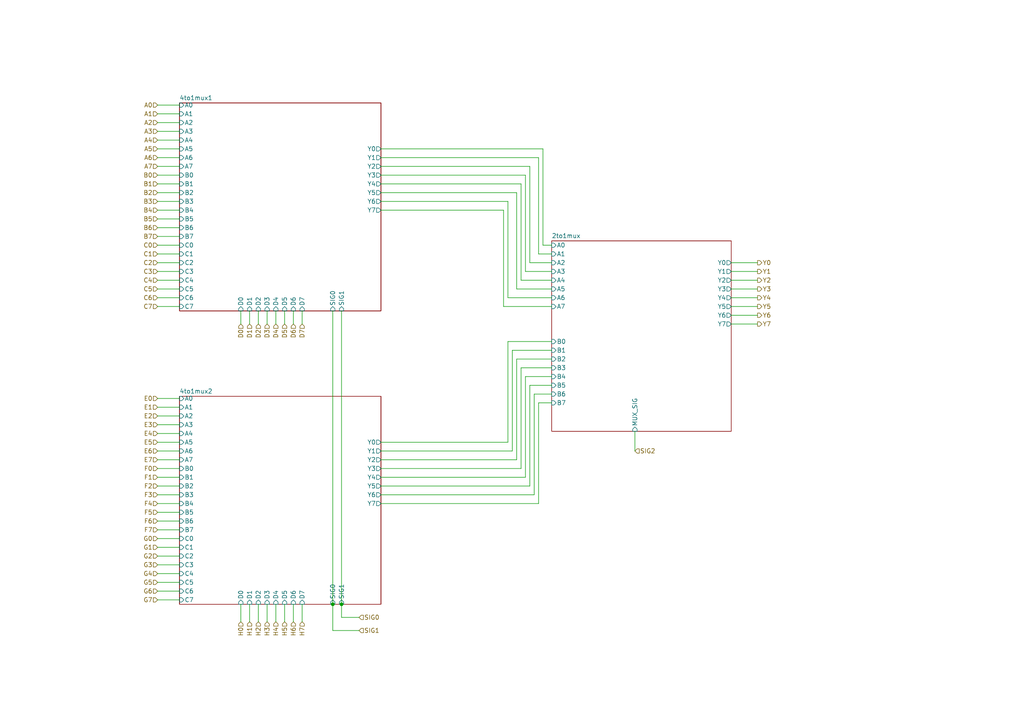
<source format=kicad_sch>
(kicad_sch
	(version 20250114)
	(generator "eeschema")
	(generator_version "9.0")
	(uuid "c9479498-7c42-47b2-8dd7-3cbf94b88bd8")
	(paper "A4")
	(lib_symbols)
	(junction
		(at 96.52 175.26)
		(diameter 0)
		(color 0 0 0 0)
		(uuid "ea894377-96f5-4a5b-a02f-10760404f0af")
	)
	(junction
		(at 99.06 175.26)
		(diameter 0)
		(color 0 0 0 0)
		(uuid "ff898a47-fae4-4a20-bfcd-999d1c427721")
	)
	(wire
		(pts
			(xy 45.72 130.81) (xy 52.07 130.81)
		)
		(stroke
			(width 0)
			(type default)
		)
		(uuid "00860a9c-1ae9-4502-9209-a5083925e604")
	)
	(wire
		(pts
			(xy 151.13 53.34) (xy 110.49 53.34)
		)
		(stroke
			(width 0)
			(type default)
		)
		(uuid "03edb092-069c-4261-97f6-725245d1df8a")
	)
	(wire
		(pts
			(xy 45.72 151.13) (xy 52.07 151.13)
		)
		(stroke
			(width 0)
			(type default)
		)
		(uuid "0697bd57-29d7-48ea-8945-6a0296305630")
	)
	(wire
		(pts
			(xy 45.72 66.04) (xy 52.07 66.04)
		)
		(stroke
			(width 0)
			(type default)
		)
		(uuid "06edd015-c3bd-4106-81f0-2c01b9c163fa")
	)
	(wire
		(pts
			(xy 153.67 76.2) (xy 153.67 48.26)
		)
		(stroke
			(width 0)
			(type default)
		)
		(uuid "077f675d-6376-48b0-8798-abccb6d234be")
	)
	(wire
		(pts
			(xy 110.49 45.72) (xy 156.21 45.72)
		)
		(stroke
			(width 0)
			(type default)
		)
		(uuid "07d3ebd1-ede6-4a73-adef-6e46007a61a9")
	)
	(wire
		(pts
			(xy 149.86 104.14) (xy 149.86 133.35)
		)
		(stroke
			(width 0)
			(type default)
		)
		(uuid "098a5183-8d81-44d8-bc3f-6dcc832a681e")
	)
	(wire
		(pts
			(xy 152.4 109.22) (xy 152.4 138.43)
		)
		(stroke
			(width 0)
			(type default)
		)
		(uuid "09f76305-0004-4271-85a0-a6c759689062")
	)
	(wire
		(pts
			(xy 45.72 63.5) (xy 52.07 63.5)
		)
		(stroke
			(width 0)
			(type default)
		)
		(uuid "0a0899ac-2d26-4645-a566-16f9d7325e2a")
	)
	(wire
		(pts
			(xy 149.86 83.82) (xy 160.02 83.82)
		)
		(stroke
			(width 0)
			(type default)
		)
		(uuid "0b255cb8-4f15-48dd-bf6b-b5cfbae2c3e4")
	)
	(wire
		(pts
			(xy 219.71 91.44) (xy 212.09 91.44)
		)
		(stroke
			(width 0)
			(type default)
		)
		(uuid "0beea57d-88b6-469e-b838-8ade8f922f7b")
	)
	(wire
		(pts
			(xy 45.72 55.88) (xy 52.07 55.88)
		)
		(stroke
			(width 0)
			(type default)
		)
		(uuid "0cd75784-78eb-4c3d-91fd-a6569c66dfb7")
	)
	(wire
		(pts
			(xy 45.72 158.75) (xy 52.07 158.75)
		)
		(stroke
			(width 0)
			(type default)
		)
		(uuid "0d0f631c-630a-4e87-971d-fb3414499741")
	)
	(wire
		(pts
			(xy 45.72 30.48) (xy 52.07 30.48)
		)
		(stroke
			(width 0)
			(type default)
		)
		(uuid "0d4bf857-4d75-41f3-8844-12abb54d439c")
	)
	(wire
		(pts
			(xy 219.71 83.82) (xy 212.09 83.82)
		)
		(stroke
			(width 0)
			(type default)
		)
		(uuid "0dd7f5cd-c303-42dc-99db-08ca2f750bcf")
	)
	(wire
		(pts
			(xy 45.72 43.18) (xy 52.07 43.18)
		)
		(stroke
			(width 0)
			(type default)
		)
		(uuid "0ebda3f0-fc94-41ad-99b7-b3d672823c6e")
	)
	(wire
		(pts
			(xy 160.02 109.22) (xy 152.4 109.22)
		)
		(stroke
			(width 0)
			(type default)
		)
		(uuid "112e9d12-fc59-4f90-90bd-ca7f0e03bd1b")
	)
	(wire
		(pts
			(xy 45.72 35.56) (xy 52.07 35.56)
		)
		(stroke
			(width 0)
			(type default)
		)
		(uuid "174a464e-fa7b-46ec-a292-e033c55e2c84")
	)
	(wire
		(pts
			(xy 151.13 81.28) (xy 151.13 53.34)
		)
		(stroke
			(width 0)
			(type default)
		)
		(uuid "1acd9fdc-70a4-417e-9fb2-3eb1bcb90374")
	)
	(wire
		(pts
			(xy 110.49 146.05) (xy 156.21 146.05)
		)
		(stroke
			(width 0)
			(type default)
		)
		(uuid "1ebd1516-96b0-4c7e-b583-b881b6336c9a")
	)
	(wire
		(pts
			(xy 160.02 114.3) (xy 154.94 114.3)
		)
		(stroke
			(width 0)
			(type default)
		)
		(uuid "1f04b301-4a4f-4bbc-b9a7-ad99f6603b9e")
	)
	(wire
		(pts
			(xy 87.63 180.34) (xy 87.63 175.26)
		)
		(stroke
			(width 0)
			(type default)
		)
		(uuid "27b18ff8-2a37-4a8f-822b-2e40e745face")
	)
	(wire
		(pts
			(xy 149.86 133.35) (xy 110.49 133.35)
		)
		(stroke
			(width 0)
			(type default)
		)
		(uuid "2a563426-d745-4e23-8976-32e62b82c1cd")
	)
	(wire
		(pts
			(xy 96.52 182.88) (xy 104.14 182.88)
		)
		(stroke
			(width 0)
			(type default)
		)
		(uuid "2cb8247c-feea-4bbc-9e60-ee95aa1e1828")
	)
	(wire
		(pts
			(xy 45.72 48.26) (xy 52.07 48.26)
		)
		(stroke
			(width 0)
			(type default)
		)
		(uuid "2e50b886-d513-447b-9bc2-7faad8af5094")
	)
	(wire
		(pts
			(xy 45.72 40.64) (xy 52.07 40.64)
		)
		(stroke
			(width 0)
			(type default)
		)
		(uuid "2f76b488-369c-4dcd-ab38-ad26def679b6")
	)
	(wire
		(pts
			(xy 72.39 180.34) (xy 72.39 175.26)
		)
		(stroke
			(width 0)
			(type default)
		)
		(uuid "33ec2e98-fdd2-4e49-a463-9d945d722d68")
	)
	(wire
		(pts
			(xy 219.71 78.74) (xy 212.09 78.74)
		)
		(stroke
			(width 0)
			(type default)
		)
		(uuid "36222146-aa79-4571-9d5f-b940149ba16d")
	)
	(wire
		(pts
			(xy 110.49 55.88) (xy 149.86 55.88)
		)
		(stroke
			(width 0)
			(type default)
		)
		(uuid "362a1c82-49a3-4c78-99f1-984256fedae0")
	)
	(wire
		(pts
			(xy 72.39 90.17) (xy 72.39 93.98)
		)
		(stroke
			(width 0)
			(type default)
		)
		(uuid "3696bd53-2977-4c84-9076-224662ed902e")
	)
	(wire
		(pts
			(xy 152.4 78.74) (xy 160.02 78.74)
		)
		(stroke
			(width 0)
			(type default)
		)
		(uuid "3bba0c35-d9bf-4eb6-8027-0f77876ae54e")
	)
	(wire
		(pts
			(xy 152.4 138.43) (xy 110.49 138.43)
		)
		(stroke
			(width 0)
			(type default)
		)
		(uuid "414d3c45-66f8-407c-b1bc-0e93ef46ed9d")
	)
	(wire
		(pts
			(xy 45.72 115.57) (xy 52.07 115.57)
		)
		(stroke
			(width 0)
			(type default)
		)
		(uuid "443decf2-c435-4f40-9f0b-61b2422e9da9")
	)
	(wire
		(pts
			(xy 160.02 76.2) (xy 153.67 76.2)
		)
		(stroke
			(width 0)
			(type default)
		)
		(uuid "44b11ab0-d060-4109-862d-a5ce96e398db")
	)
	(wire
		(pts
			(xy 45.72 171.45) (xy 52.07 171.45)
		)
		(stroke
			(width 0)
			(type default)
		)
		(uuid "44e0c88c-8f70-4f8c-a280-7ad9bbb8fe66")
	)
	(wire
		(pts
			(xy 154.94 143.51) (xy 110.49 143.51)
		)
		(stroke
			(width 0)
			(type default)
		)
		(uuid "454149cb-4fa3-4aa5-8172-bd70adfe45b8")
	)
	(wire
		(pts
			(xy 45.72 138.43) (xy 52.07 138.43)
		)
		(stroke
			(width 0)
			(type default)
		)
		(uuid "460ee021-f6ca-41cd-b7ed-41c3ed0b7283")
	)
	(wire
		(pts
			(xy 157.48 71.12) (xy 157.48 43.18)
		)
		(stroke
			(width 0)
			(type default)
		)
		(uuid "46a4d479-92f6-4bba-83b7-2e720f3109cc")
	)
	(wire
		(pts
			(xy 45.72 125.73) (xy 52.07 125.73)
		)
		(stroke
			(width 0)
			(type default)
		)
		(uuid "47aff6df-633a-4b59-89c9-60303512e67c")
	)
	(wire
		(pts
			(xy 148.59 101.6) (xy 160.02 101.6)
		)
		(stroke
			(width 0)
			(type default)
		)
		(uuid "47dffadb-bb7a-43ca-bdff-daf4621b4b35")
	)
	(wire
		(pts
			(xy 99.06 179.07) (xy 104.14 179.07)
		)
		(stroke
			(width 0)
			(type default)
		)
		(uuid "499463af-7e0e-43d8-aad4-952781566b49")
	)
	(wire
		(pts
			(xy 160.02 81.28) (xy 151.13 81.28)
		)
		(stroke
			(width 0)
			(type default)
		)
		(uuid "50a58825-1b4f-4d87-9750-83a8523ab037")
	)
	(wire
		(pts
			(xy 45.72 143.51) (xy 52.07 143.51)
		)
		(stroke
			(width 0)
			(type default)
		)
		(uuid "53437110-6faf-46b7-839f-5af97b686f93")
	)
	(wire
		(pts
			(xy 87.63 90.17) (xy 87.63 93.98)
		)
		(stroke
			(width 0)
			(type default)
		)
		(uuid "576241f5-1be7-4c62-b31d-5d8c073219f0")
	)
	(wire
		(pts
			(xy 45.72 161.29) (xy 52.07 161.29)
		)
		(stroke
			(width 0)
			(type default)
		)
		(uuid "5da51c6a-f321-4d7c-a3a4-59e47b58660d")
	)
	(wire
		(pts
			(xy 153.67 111.76) (xy 160.02 111.76)
		)
		(stroke
			(width 0)
			(type default)
		)
		(uuid "5ddbad7a-2104-48a7-b5f2-3bf908a33e36")
	)
	(wire
		(pts
			(xy 110.49 140.97) (xy 153.67 140.97)
		)
		(stroke
			(width 0)
			(type default)
		)
		(uuid "5ed363df-8bd0-4d28-a96a-7ed0af8b229d")
	)
	(wire
		(pts
			(xy 45.72 166.37) (xy 52.07 166.37)
		)
		(stroke
			(width 0)
			(type default)
		)
		(uuid "610d70e1-31fd-4dd5-84d6-387b6e9274c9")
	)
	(wire
		(pts
			(xy 160.02 71.12) (xy 157.48 71.12)
		)
		(stroke
			(width 0)
			(type default)
		)
		(uuid "61457394-c861-4b77-9450-f5543bde5533")
	)
	(wire
		(pts
			(xy 85.09 90.17) (xy 85.09 93.98)
		)
		(stroke
			(width 0)
			(type default)
		)
		(uuid "62cb8376-f486-4528-9eed-f1d216e9fb7c")
	)
	(wire
		(pts
			(xy 149.86 55.88) (xy 149.86 83.82)
		)
		(stroke
			(width 0)
			(type default)
		)
		(uuid "630658dd-cefb-4227-a10c-08d4f6a74b4e")
	)
	(wire
		(pts
			(xy 146.05 88.9) (xy 160.02 88.9)
		)
		(stroke
			(width 0)
			(type default)
		)
		(uuid "6a03037d-b772-4bbd-8819-aa84b9e1d6e6")
	)
	(wire
		(pts
			(xy 74.93 90.17) (xy 74.93 93.98)
		)
		(stroke
			(width 0)
			(type default)
		)
		(uuid "6e189674-265d-48fd-807f-b169cb1ff611")
	)
	(wire
		(pts
			(xy 45.72 60.96) (xy 52.07 60.96)
		)
		(stroke
			(width 0)
			(type default)
		)
		(uuid "70845ac6-54ee-4665-9df3-ff203566404d")
	)
	(wire
		(pts
			(xy 154.94 114.3) (xy 154.94 143.51)
		)
		(stroke
			(width 0)
			(type default)
		)
		(uuid "74421423-0cd2-4865-9a33-efde6f37bb5f")
	)
	(wire
		(pts
			(xy 96.52 175.26) (xy 96.52 182.88)
		)
		(stroke
			(width 0)
			(type default)
		)
		(uuid "7d6ab57b-a6df-4853-b28b-f46006dfb43d")
	)
	(wire
		(pts
			(xy 153.67 111.76) (xy 153.67 140.97)
		)
		(stroke
			(width 0)
			(type default)
		)
		(uuid "8183257e-1139-4e02-99ee-10eac033e4e9")
	)
	(wire
		(pts
			(xy 157.48 43.18) (xy 110.49 43.18)
		)
		(stroke
			(width 0)
			(type default)
		)
		(uuid "844282f6-5e3d-4f98-9d4c-e87d176902b4")
	)
	(wire
		(pts
			(xy 160.02 86.36) (xy 147.32 86.36)
		)
		(stroke
			(width 0)
			(type default)
		)
		(uuid "848de97d-1e54-4410-b4d3-3f7f60a47832")
	)
	(wire
		(pts
			(xy 156.21 73.66) (xy 160.02 73.66)
		)
		(stroke
			(width 0)
			(type default)
		)
		(uuid "874b2935-eb30-4543-b75a-31d38b8f969f")
	)
	(wire
		(pts
			(xy 45.72 76.2) (xy 52.07 76.2)
		)
		(stroke
			(width 0)
			(type default)
		)
		(uuid "90124e33-f34c-4d99-bd0f-9cf445d94391")
	)
	(wire
		(pts
			(xy 160.02 104.14) (xy 149.86 104.14)
		)
		(stroke
			(width 0)
			(type default)
		)
		(uuid "95962f95-5a59-49c3-a1a8-203c05d50777")
	)
	(wire
		(pts
			(xy 45.72 33.02) (xy 52.07 33.02)
		)
		(stroke
			(width 0)
			(type default)
		)
		(uuid "972e18a4-ca6d-4289-b77b-439fba6b485c")
	)
	(wire
		(pts
			(xy 45.72 146.05) (xy 52.07 146.05)
		)
		(stroke
			(width 0)
			(type default)
		)
		(uuid "98138235-5376-4fb4-a7d2-12311f4634e2")
	)
	(wire
		(pts
			(xy 99.06 175.26) (xy 99.06 179.07)
		)
		(stroke
			(width 0)
			(type default)
		)
		(uuid "9bccadff-f074-4104-8d57-9920f1206284")
	)
	(wire
		(pts
			(xy 45.72 88.9) (xy 52.07 88.9)
		)
		(stroke
			(width 0)
			(type default)
		)
		(uuid "9ceb4bd6-3c2b-4a44-935d-89ae1581a2c6")
	)
	(wire
		(pts
			(xy 219.71 88.9) (xy 212.09 88.9)
		)
		(stroke
			(width 0)
			(type default)
		)
		(uuid "9cf22e5a-4f7b-47f7-a000-c54c345ee73f")
	)
	(wire
		(pts
			(xy 45.72 156.21) (xy 52.07 156.21)
		)
		(stroke
			(width 0)
			(type default)
		)
		(uuid "9ef468ab-b153-4f9b-8223-91feec3a88df")
	)
	(wire
		(pts
			(xy 110.49 135.89) (xy 151.13 135.89)
		)
		(stroke
			(width 0)
			(type default)
		)
		(uuid "a2e1d399-d592-4c8a-b2e1-730ac36110cf")
	)
	(wire
		(pts
			(xy 147.32 99.06) (xy 147.32 128.27)
		)
		(stroke
			(width 0)
			(type default)
		)
		(uuid "a6b6c4db-7cf5-4a9b-9d2c-bf15dd1170fb")
	)
	(wire
		(pts
			(xy 77.47 180.34) (xy 77.47 175.26)
		)
		(stroke
			(width 0)
			(type default)
		)
		(uuid "a8919f0b-c51d-4591-9d03-e9f5b908fbce")
	)
	(wire
		(pts
			(xy 99.06 90.17) (xy 99.06 175.26)
		)
		(stroke
			(width 0)
			(type default)
		)
		(uuid "b00b1c6e-0ebd-45f5-a0f2-cafab5ac0076")
	)
	(wire
		(pts
			(xy 156.21 116.84) (xy 156.21 146.05)
		)
		(stroke
			(width 0)
			(type default)
		)
		(uuid "b124d2d4-f711-4ed5-bac6-054aa2cc4966")
	)
	(wire
		(pts
			(xy 80.01 180.34) (xy 80.01 175.26)
		)
		(stroke
			(width 0)
			(type default)
		)
		(uuid "b168dad4-ba39-4776-abac-c106f8b36c2f")
	)
	(wire
		(pts
			(xy 151.13 106.68) (xy 151.13 135.89)
		)
		(stroke
			(width 0)
			(type default)
		)
		(uuid "b2a4acfc-9659-456d-a2e3-ac382df6bb48")
	)
	(wire
		(pts
			(xy 45.72 78.74) (xy 52.07 78.74)
		)
		(stroke
			(width 0)
			(type default)
		)
		(uuid "b719ef6d-d3c4-4bbf-9a02-12d2f1cc0efe")
	)
	(wire
		(pts
			(xy 45.72 140.97) (xy 52.07 140.97)
		)
		(stroke
			(width 0)
			(type default)
		)
		(uuid "b726f5c6-19b2-43d0-8799-100f442c953f")
	)
	(wire
		(pts
			(xy 219.71 86.36) (xy 212.09 86.36)
		)
		(stroke
			(width 0)
			(type default)
		)
		(uuid "b756fde9-4397-4bad-8ce8-d17214b6642a")
	)
	(wire
		(pts
			(xy 110.49 50.8) (xy 152.4 50.8)
		)
		(stroke
			(width 0)
			(type default)
		)
		(uuid "b86ab68a-17bf-439b-bf6f-4a3353fc97ed")
	)
	(wire
		(pts
			(xy 219.71 76.2) (xy 212.09 76.2)
		)
		(stroke
			(width 0)
			(type default)
		)
		(uuid "b97093d1-66f6-4800-864e-d0160fc39598")
	)
	(wire
		(pts
			(xy 82.55 90.17) (xy 82.55 93.98)
		)
		(stroke
			(width 0)
			(type default)
		)
		(uuid "ba60c5da-6505-4c35-a875-c179b00a17eb")
	)
	(wire
		(pts
			(xy 45.72 163.83) (xy 52.07 163.83)
		)
		(stroke
			(width 0)
			(type default)
		)
		(uuid "bbe0a189-62f5-40b9-b0b8-7d599fc95935")
	)
	(wire
		(pts
			(xy 110.49 60.96) (xy 146.05 60.96)
		)
		(stroke
			(width 0)
			(type default)
		)
		(uuid "bc4e0f8d-1762-4212-9f8b-ba75b8fac791")
	)
	(wire
		(pts
			(xy 45.72 73.66) (xy 52.07 73.66)
		)
		(stroke
			(width 0)
			(type default)
		)
		(uuid "bc528ddc-2f2f-4b92-801f-de594829ab33")
	)
	(wire
		(pts
			(xy 147.32 86.36) (xy 147.32 58.42)
		)
		(stroke
			(width 0)
			(type default)
		)
		(uuid "beaf16eb-a91f-4969-ac82-0bac78abe7e5")
	)
	(wire
		(pts
			(xy 69.85 180.34) (xy 69.85 175.26)
		)
		(stroke
			(width 0)
			(type default)
		)
		(uuid "bf510b1f-e864-4b76-b27e-91c67b5805a1")
	)
	(wire
		(pts
			(xy 45.72 83.82) (xy 52.07 83.82)
		)
		(stroke
			(width 0)
			(type default)
		)
		(uuid "c16d1ba7-522b-483e-93b9-97a7a2b65c22")
	)
	(wire
		(pts
			(xy 45.72 135.89) (xy 52.07 135.89)
		)
		(stroke
			(width 0)
			(type default)
		)
		(uuid "c3b315de-109c-4d0a-ae10-c78e42756fbf")
	)
	(wire
		(pts
			(xy 146.05 60.96) (xy 146.05 88.9)
		)
		(stroke
			(width 0)
			(type default)
		)
		(uuid "c72e5e47-733b-4468-97fe-771ee0aef7c6")
	)
	(wire
		(pts
			(xy 45.72 120.65) (xy 52.07 120.65)
		)
		(stroke
			(width 0)
			(type default)
		)
		(uuid "c9416881-a8ab-4ec3-99a3-ac32a9e7ab94")
	)
	(wire
		(pts
			(xy 219.71 93.98) (xy 212.09 93.98)
		)
		(stroke
			(width 0)
			(type default)
		)
		(uuid "cbf0532c-f44b-441b-813b-80194c08f640")
	)
	(wire
		(pts
			(xy 151.13 106.68) (xy 160.02 106.68)
		)
		(stroke
			(width 0)
			(type default)
		)
		(uuid "cca94c73-dbac-4480-8794-fb0bba5da3ca")
	)
	(wire
		(pts
			(xy 45.72 148.59) (xy 52.07 148.59)
		)
		(stroke
			(width 0)
			(type default)
		)
		(uuid "cf428597-9fd2-46e0-8162-fb945438a586")
	)
	(wire
		(pts
			(xy 219.71 81.28) (xy 212.09 81.28)
		)
		(stroke
			(width 0)
			(type default)
		)
		(uuid "d11922cf-fe03-46ec-b62f-94da5275f1fc")
	)
	(wire
		(pts
			(xy 45.72 53.34) (xy 52.07 53.34)
		)
		(stroke
			(width 0)
			(type default)
		)
		(uuid "d24ac500-d0c1-443a-916f-2c22f4eb1a26")
	)
	(wire
		(pts
			(xy 77.47 90.17) (xy 77.47 93.98)
		)
		(stroke
			(width 0)
			(type default)
		)
		(uuid "d28c8586-1d05-4247-a499-99ba5962b1cd")
	)
	(wire
		(pts
			(xy 45.72 118.11) (xy 52.07 118.11)
		)
		(stroke
			(width 0)
			(type default)
		)
		(uuid "d36ad707-0eb9-448f-8d90-00cf3a976af6")
	)
	(wire
		(pts
			(xy 152.4 50.8) (xy 152.4 78.74)
		)
		(stroke
			(width 0)
			(type default)
		)
		(uuid "d39a5ca8-c456-4db9-8a79-c38e8366c860")
	)
	(wire
		(pts
			(xy 82.55 180.34) (xy 82.55 175.26)
		)
		(stroke
			(width 0)
			(type default)
		)
		(uuid "d729be69-d950-4dd9-963d-d98e0cbf9f8a")
	)
	(wire
		(pts
			(xy 45.72 81.28) (xy 52.07 81.28)
		)
		(stroke
			(width 0)
			(type default)
		)
		(uuid "d9638b5a-1573-47d9-b6f2-ffca290b3038")
	)
	(wire
		(pts
			(xy 96.52 90.17) (xy 96.52 175.26)
		)
		(stroke
			(width 0)
			(type default)
		)
		(uuid "d9ec6ff2-9bcc-491b-9214-da8bde10f3f3")
	)
	(wire
		(pts
			(xy 148.59 101.6) (xy 148.59 130.81)
		)
		(stroke
			(width 0)
			(type default)
		)
		(uuid "dce5c03d-9075-4033-837f-e8b7126d54d5")
	)
	(wire
		(pts
			(xy 45.72 71.12) (xy 52.07 71.12)
		)
		(stroke
			(width 0)
			(type default)
		)
		(uuid "dd5de4e3-5ebf-445b-afb5-2677bc262f47")
	)
	(wire
		(pts
			(xy 85.09 180.34) (xy 85.09 175.26)
		)
		(stroke
			(width 0)
			(type default)
		)
		(uuid "dd85d45f-38aa-4fbc-a6fc-04d41353bd65")
	)
	(wire
		(pts
			(xy 45.72 68.58) (xy 52.07 68.58)
		)
		(stroke
			(width 0)
			(type default)
		)
		(uuid "dd8dbff2-a29c-478e-8128-417b3fc1d001")
	)
	(wire
		(pts
			(xy 160.02 99.06) (xy 147.32 99.06)
		)
		(stroke
			(width 0)
			(type default)
		)
		(uuid "de4bb667-80c8-4b64-a499-de455804e64b")
	)
	(wire
		(pts
			(xy 45.72 168.91) (xy 52.07 168.91)
		)
		(stroke
			(width 0)
			(type default)
		)
		(uuid "de625d8d-330a-4bcb-9c2a-332e48b74bb2")
	)
	(wire
		(pts
			(xy 147.32 58.42) (xy 110.49 58.42)
		)
		(stroke
			(width 0)
			(type default)
		)
		(uuid "df08f4a1-6450-4d13-b4eb-599f5f0dee61")
	)
	(wire
		(pts
			(xy 153.67 48.26) (xy 110.49 48.26)
		)
		(stroke
			(width 0)
			(type default)
		)
		(uuid "e2cbf26e-1466-4d04-90bf-41fefcc2a63c")
	)
	(wire
		(pts
			(xy 156.21 45.72) (xy 156.21 73.66)
		)
		(stroke
			(width 0)
			(type default)
		)
		(uuid "e2f91402-5472-49e2-8a08-f916a4a117c0")
	)
	(wire
		(pts
			(xy 45.72 173.99) (xy 52.07 173.99)
		)
		(stroke
			(width 0)
			(type default)
		)
		(uuid "e462d6e7-f5c0-43a0-a9d4-10631dcf4dd9")
	)
	(wire
		(pts
			(xy 156.21 116.84) (xy 160.02 116.84)
		)
		(stroke
			(width 0)
			(type default)
		)
		(uuid "e4643054-5c7d-40b2-a565-828eee180c83")
	)
	(wire
		(pts
			(xy 45.72 50.8) (xy 52.07 50.8)
		)
		(stroke
			(width 0)
			(type default)
		)
		(uuid "e4a05bac-1e9c-4f4f-887e-12f991205257")
	)
	(wire
		(pts
			(xy 184.15 125.095) (xy 184.15 130.81)
		)
		(stroke
			(width 0)
			(type default)
		)
		(uuid "e84a37d8-f1cd-4a29-bc03-2db0f3463dab")
	)
	(wire
		(pts
			(xy 110.49 130.81) (xy 148.59 130.81)
		)
		(stroke
			(width 0)
			(type default)
		)
		(uuid "eba32586-bcff-4905-8700-2dc9e13a845e")
	)
	(wire
		(pts
			(xy 45.72 133.35) (xy 52.07 133.35)
		)
		(stroke
			(width 0)
			(type default)
		)
		(uuid "ebea9d30-b8cf-414d-86a0-59c38409ed63")
	)
	(wire
		(pts
			(xy 45.72 38.1) (xy 52.07 38.1)
		)
		(stroke
			(width 0)
			(type default)
		)
		(uuid "ec0ff7e9-9709-4552-919d-fc376923c98f")
	)
	(wire
		(pts
			(xy 80.01 90.17) (xy 80.01 93.98)
		)
		(stroke
			(width 0)
			(type default)
		)
		(uuid "ed327428-6b4d-4263-84b0-3df591c774df")
	)
	(wire
		(pts
			(xy 74.93 180.34) (xy 74.93 175.26)
		)
		(stroke
			(width 0)
			(type default)
		)
		(uuid "ef364bbc-997a-4349-b792-6789371152fd")
	)
	(wire
		(pts
			(xy 45.72 123.19) (xy 52.07 123.19)
		)
		(stroke
			(width 0)
			(type default)
		)
		(uuid "ef486aa5-8432-4e02-9fcd-c0b0d2d3a707")
	)
	(wire
		(pts
			(xy 69.85 90.17) (xy 69.85 93.98)
		)
		(stroke
			(width 0)
			(type default)
		)
		(uuid "f0386b0d-6f95-4d41-a7ef-5bad1a51302e")
	)
	(wire
		(pts
			(xy 45.72 153.67) (xy 52.07 153.67)
		)
		(stroke
			(width 0)
			(type default)
		)
		(uuid "f4251f14-0138-4803-a01d-c0391fdd2181")
	)
	(wire
		(pts
			(xy 45.72 58.42) (xy 52.07 58.42)
		)
		(stroke
			(width 0)
			(type default)
		)
		(uuid "f4b25b56-bd85-4318-afc8-35d14939b8d5")
	)
	(wire
		(pts
			(xy 45.72 128.27) (xy 52.07 128.27)
		)
		(stroke
			(width 0)
			(type default)
		)
		(uuid "f691033b-f767-4572-97c1-ba00c07f60fb")
	)
	(wire
		(pts
			(xy 45.72 45.72) (xy 52.07 45.72)
		)
		(stroke
			(width 0)
			(type default)
		)
		(uuid "f8b4073d-ac34-450f-948b-c31adefd37d3")
	)
	(wire
		(pts
			(xy 45.72 86.36) (xy 52.07 86.36)
		)
		(stroke
			(width 0)
			(type default)
		)
		(uuid "fa74754b-2b5b-4bc7-8118-8bc2c07d0ed5")
	)
	(wire
		(pts
			(xy 147.32 128.27) (xy 110.49 128.27)
		)
		(stroke
			(width 0)
			(type default)
		)
		(uuid "fd1b018c-5c41-4e24-860d-dae74453f38f")
	)
	(hierarchical_label "D2"
		(shape input)
		(at 74.93 93.98 270)
		(effects
			(font
				(size 1.27 1.27)
			)
			(justify right)
		)
		(uuid "021a1797-98aa-4338-b3c7-986a1f4a7261")
	)
	(hierarchical_label "C0"
		(shape input)
		(at 45.72 71.12 180)
		(effects
			(font
				(size 1.27 1.27)
			)
			(justify right)
		)
		(uuid "057d92ce-ad80-4b87-95dc-0588d43986ef")
	)
	(hierarchical_label "D0"
		(shape input)
		(at 69.85 93.98 270)
		(effects
			(font
				(size 1.27 1.27)
			)
			(justify right)
		)
		(uuid "0d4b3c5e-2a31-4ff7-b724-fb9b43799557")
	)
	(hierarchical_label "G1"
		(shape input)
		(at 45.72 158.75 180)
		(effects
			(font
				(size 1.27 1.27)
			)
			(justify right)
		)
		(uuid "12bd154d-60c1-47a1-aa3e-82a57a0d3143")
	)
	(hierarchical_label "D4"
		(shape input)
		(at 80.01 93.98 270)
		(effects
			(font
				(size 1.27 1.27)
			)
			(justify right)
		)
		(uuid "14b3adb4-3f14-44d8-90f5-63e22033c765")
	)
	(hierarchical_label "H4"
		(shape input)
		(at 80.01 180.34 270)
		(effects
			(font
				(size 1.27 1.27)
			)
			(justify right)
		)
		(uuid "161ae2bc-74dc-4248-a81f-0b406d336990")
	)
	(hierarchical_label "H2"
		(shape input)
		(at 74.93 180.34 270)
		(effects
			(font
				(size 1.27 1.27)
			)
			(justify right)
		)
		(uuid "17dcffed-f952-454c-a9b0-a80c10e851f0")
	)
	(hierarchical_label "SIG1"
		(shape input)
		(at 104.14 182.88 0)
		(effects
			(font
				(size 1.27 1.27)
			)
			(justify left)
		)
		(uuid "1aa47d6e-8089-4e3a-87f1-4439adb6c960")
	)
	(hierarchical_label "G5"
		(shape input)
		(at 45.72 168.91 180)
		(effects
			(font
				(size 1.27 1.27)
			)
			(justify right)
		)
		(uuid "1b50ac3c-71cd-4a41-b7e9-4dac8a6964e0")
	)
	(hierarchical_label "SIG0"
		(shape input)
		(at 104.14 179.07 0)
		(effects
			(font
				(size 1.27 1.27)
			)
			(justify left)
		)
		(uuid "1e11ce16-af06-4638-95be-921825452830")
	)
	(hierarchical_label "B2"
		(shape input)
		(at 45.72 55.88 180)
		(effects
			(font
				(size 1.27 1.27)
			)
			(justify right)
		)
		(uuid "255202bc-0980-49f3-99ad-efeb929ce63d")
	)
	(hierarchical_label "SIG2"
		(shape input)
		(at 184.15 130.81 0)
		(effects
			(font
				(size 1.27 1.27)
			)
			(justify left)
		)
		(uuid "25ddc43f-5f87-4587-8c7a-ffb0c0440c7b")
	)
	(hierarchical_label "A2"
		(shape input)
		(at 45.72 35.56 180)
		(effects
			(font
				(size 1.27 1.27)
			)
			(justify right)
		)
		(uuid "2ae2e66c-58e8-48a1-bf6f-cfc3ce15a716")
	)
	(hierarchical_label "G3"
		(shape input)
		(at 45.72 163.83 180)
		(effects
			(font
				(size 1.27 1.27)
			)
			(justify right)
		)
		(uuid "2d597a56-f378-4587-acd0-ab6cf3504b66")
	)
	(hierarchical_label "H3"
		(shape input)
		(at 77.47 180.34 270)
		(effects
			(font
				(size 1.27 1.27)
			)
			(justify right)
		)
		(uuid "3695fd42-b558-4a60-a06b-4765e631fccd")
	)
	(hierarchical_label "B3"
		(shape input)
		(at 45.72 58.42 180)
		(effects
			(font
				(size 1.27 1.27)
			)
			(justify right)
		)
		(uuid "3a23eb98-cdb4-44fc-9817-0bb654ed62a3")
	)
	(hierarchical_label "C6"
		(shape input)
		(at 45.72 86.36 180)
		(effects
			(font
				(size 1.27 1.27)
			)
			(justify right)
		)
		(uuid "3b0b9fd4-69e0-4bb8-a4c5-a057a27aed3d")
	)
	(hierarchical_label "F4"
		(shape input)
		(at 45.72 146.05 180)
		(effects
			(font
				(size 1.27 1.27)
			)
			(justify right)
		)
		(uuid "3c4970d7-cbc9-4e12-90c7-e89fc84c054f")
	)
	(hierarchical_label "A4"
		(shape input)
		(at 45.72 40.64 180)
		(effects
			(font
				(size 1.27 1.27)
			)
			(justify right)
		)
		(uuid "490bb065-88f0-4c65-b55a-b4cd4bc69637")
	)
	(hierarchical_label "Y6"
		(shape output)
		(at 219.71 91.44 0)
		(effects
			(font
				(size 1.27 1.27)
			)
			(justify left)
		)
		(uuid "4a8610f3-5d43-4fc1-86a2-933d59e78b0e")
	)
	(hierarchical_label "B5"
		(shape input)
		(at 45.72 63.5 180)
		(effects
			(font
				(size 1.27 1.27)
			)
			(justify right)
		)
		(uuid "4aaad6b9-91b4-44ad-8718-4b51b95301c5")
	)
	(hierarchical_label "B7"
		(shape input)
		(at 45.72 68.58 180)
		(effects
			(font
				(size 1.27 1.27)
			)
			(justify right)
		)
		(uuid "4b3d3890-27ee-44c8-bda6-de59f918a076")
	)
	(hierarchical_label "C7"
		(shape input)
		(at 45.72 88.9 180)
		(effects
			(font
				(size 1.27 1.27)
			)
			(justify right)
		)
		(uuid "4de503c7-14f8-4f0c-a685-55dd0903716d")
	)
	(hierarchical_label "E5"
		(shape input)
		(at 45.72 128.27 180)
		(effects
			(font
				(size 1.27 1.27)
			)
			(justify right)
		)
		(uuid "4f5b47eb-6f7a-4794-b769-8140305182e3")
	)
	(hierarchical_label "F3"
		(shape input)
		(at 45.72 143.51 180)
		(effects
			(font
				(size 1.27 1.27)
			)
			(justify right)
		)
		(uuid "4f747311-8564-4195-b529-eec543577044")
	)
	(hierarchical_label "E6"
		(shape input)
		(at 45.72 130.81 180)
		(effects
			(font
				(size 1.27 1.27)
			)
			(justify right)
		)
		(uuid "579fc2fd-6888-4e5d-8ff2-6e2c73f117e4")
	)
	(hierarchical_label "F0"
		(shape input)
		(at 45.72 135.89 180)
		(effects
			(font
				(size 1.27 1.27)
			)
			(justify right)
		)
		(uuid "58020832-0a0a-4874-909a-5c887ff5b938")
	)
	(hierarchical_label "C2"
		(shape input)
		(at 45.72 76.2 180)
		(effects
			(font
				(size 1.27 1.27)
			)
			(justify right)
		)
		(uuid "58f84546-13eb-4fe0-8794-12a301601739")
	)
	(hierarchical_label "H1"
		(shape input)
		(at 72.39 180.34 270)
		(effects
			(font
				(size 1.27 1.27)
			)
			(justify right)
		)
		(uuid "5a999fdb-602e-4c6b-b298-6110f517d909")
	)
	(hierarchical_label "G7"
		(shape input)
		(at 45.72 173.99 180)
		(effects
			(font
				(size 1.27 1.27)
			)
			(justify right)
		)
		(uuid "5bcc817d-910f-4949-9bff-5d94507d54db")
	)
	(hierarchical_label "Y3"
		(shape output)
		(at 219.71 83.82 0)
		(effects
			(font
				(size 1.27 1.27)
			)
			(justify left)
		)
		(uuid "5eb05bec-1f01-4ede-9c8c-2b3830bc8706")
	)
	(hierarchical_label "G4"
		(shape input)
		(at 45.72 166.37 180)
		(effects
			(font
				(size 1.27 1.27)
			)
			(justify right)
		)
		(uuid "68335cfe-e542-4121-9bee-e8973bb743df")
	)
	(hierarchical_label "Y4"
		(shape output)
		(at 219.71 86.36 0)
		(effects
			(font
				(size 1.27 1.27)
			)
			(justify left)
		)
		(uuid "6f217cd3-aefa-40cd-a322-b4c6e9302ed8")
	)
	(hierarchical_label "F2"
		(shape input)
		(at 45.72 140.97 180)
		(effects
			(font
				(size 1.27 1.27)
			)
			(justify right)
		)
		(uuid "6f5b6ea3-8567-4776-ade0-1c152b875ab1")
	)
	(hierarchical_label "F7"
		(shape input)
		(at 45.72 153.67 180)
		(effects
			(font
				(size 1.27 1.27)
			)
			(justify right)
		)
		(uuid "71fad81a-3ded-4f30-a7c0-4c1108526a77")
	)
	(hierarchical_label "E4"
		(shape input)
		(at 45.72 125.73 180)
		(effects
			(font
				(size 1.27 1.27)
			)
			(justify right)
		)
		(uuid "733d917d-8632-4ac4-b04a-f2db2fd2c6c6")
	)
	(hierarchical_label "Y5"
		(shape output)
		(at 219.71 88.9 0)
		(effects
			(font
				(size 1.27 1.27)
			)
			(justify left)
		)
		(uuid "73d7bbdd-5153-4ee3-ab31-1f468a589e0d")
	)
	(hierarchical_label "E1"
		(shape input)
		(at 45.72 118.11 180)
		(effects
			(font
				(size 1.27 1.27)
			)
			(justify right)
		)
		(uuid "7d2165ec-37ec-430a-bf5d-08890b584bdc")
	)
	(hierarchical_label "H0"
		(shape input)
		(at 69.85 180.34 270)
		(effects
			(font
				(size 1.27 1.27)
			)
			(justify right)
		)
		(uuid "833c606a-b819-4208-af64-3bbad03e2dd1")
	)
	(hierarchical_label "F5"
		(shape input)
		(at 45.72 148.59 180)
		(effects
			(font
				(size 1.27 1.27)
			)
			(justify right)
		)
		(uuid "84ac95a7-e7ce-4437-b407-9cbd2f57f987")
	)
	(hierarchical_label "Y0"
		(shape output)
		(at 219.71 76.2 0)
		(effects
			(font
				(size 1.27 1.27)
			)
			(justify left)
		)
		(uuid "899f93ac-ebb4-4890-b6f5-fb625629b840")
	)
	(hierarchical_label "G0"
		(shape input)
		(at 45.72 156.21 180)
		(effects
			(font
				(size 1.27 1.27)
			)
			(justify right)
		)
		(uuid "906e399a-eb15-439b-a75c-9cfb1cfaadc4")
	)
	(hierarchical_label "Y2"
		(shape output)
		(at 219.71 81.28 0)
		(effects
			(font
				(size 1.27 1.27)
			)
			(justify left)
		)
		(uuid "957df268-86ee-4c23-83b2-070cb80f6f4a")
	)
	(hierarchical_label "E3"
		(shape input)
		(at 45.72 123.19 180)
		(effects
			(font
				(size 1.27 1.27)
			)
			(justify right)
		)
		(uuid "96e19394-a413-4ed7-ab6b-05b7dfc76ee2")
	)
	(hierarchical_label "D5"
		(shape input)
		(at 82.55 93.98 270)
		(effects
			(font
				(size 1.27 1.27)
			)
			(justify right)
		)
		(uuid "985136be-2081-4b5e-9680-6f1bbb515b3b")
	)
	(hierarchical_label "A6"
		(shape input)
		(at 45.72 45.72 180)
		(effects
			(font
				(size 1.27 1.27)
			)
			(justify right)
		)
		(uuid "9a5a9891-2a42-4b9f-9088-05f8f14400ce")
	)
	(hierarchical_label "A7"
		(shape input)
		(at 45.72 48.26 180)
		(effects
			(font
				(size 1.27 1.27)
			)
			(justify right)
		)
		(uuid "9c9acdca-e593-4caa-95d5-cf703ff79e83")
	)
	(hierarchical_label "Y1"
		(shape output)
		(at 219.71 78.74 0)
		(effects
			(font
				(size 1.27 1.27)
			)
			(justify left)
		)
		(uuid "a40a09da-f740-4e10-a838-591f2185df5b")
	)
	(hierarchical_label "D1"
		(shape input)
		(at 72.39 93.98 270)
		(effects
			(font
				(size 1.27 1.27)
			)
			(justify right)
		)
		(uuid "a772cfa7-34ed-4299-95a3-64e85b54ee27")
	)
	(hierarchical_label "C1"
		(shape input)
		(at 45.72 73.66 180)
		(effects
			(font
				(size 1.27 1.27)
			)
			(justify right)
		)
		(uuid "b6028aed-cb45-4dfe-b882-b63a62c7be60")
	)
	(hierarchical_label "E7"
		(shape input)
		(at 45.72 133.35 180)
		(effects
			(font
				(size 1.27 1.27)
			)
			(justify right)
		)
		(uuid "b894a78e-2692-4457-b4a9-4207e8b7df49")
	)
	(hierarchical_label "D6"
		(shape input)
		(at 85.09 93.98 270)
		(effects
			(font
				(size 1.27 1.27)
			)
			(justify right)
		)
		(uuid "bb6dc544-0a17-49d5-9bfe-c94cc6f1c50e")
	)
	(hierarchical_label "F6"
		(shape input)
		(at 45.72 151.13 180)
		(effects
			(font
				(size 1.27 1.27)
			)
			(justify right)
		)
		(uuid "bc1a4ff6-b506-4e73-b067-61b572b52019")
	)
	(hierarchical_label "A0"
		(shape input)
		(at 45.72 30.48 180)
		(effects
			(font
				(size 1.27 1.27)
			)
			(justify right)
		)
		(uuid "bc4401bc-bbdf-495c-b459-d04b88b09be7")
	)
	(hierarchical_label "H6"
		(shape input)
		(at 85.09 180.34 270)
		(effects
			(font
				(size 1.27 1.27)
			)
			(justify right)
		)
		(uuid "c35cc74d-008c-4cd2-8e4b-87f64c704520")
	)
	(hierarchical_label "D3"
		(shape input)
		(at 77.47 93.98 270)
		(effects
			(font
				(size 1.27 1.27)
			)
			(justify right)
		)
		(uuid "c4b0fb59-cdcf-466d-a9ea-6df851d8a6c4")
	)
	(hierarchical_label "B0"
		(shape input)
		(at 45.72 50.8 180)
		(effects
			(font
				(size 1.27 1.27)
			)
			(justify right)
		)
		(uuid "cdfa76e0-1433-40ad-9b5a-cda6e8d988f7")
	)
	(hierarchical_label "E2"
		(shape input)
		(at 45.72 120.65 180)
		(effects
			(font
				(size 1.27 1.27)
			)
			(justify right)
		)
		(uuid "cf2dc089-0785-489f-bdf8-525b6e1dd69d")
	)
	(hierarchical_label "E0"
		(shape input)
		(at 45.72 115.57 180)
		(effects
			(font
				(size 1.27 1.27)
			)
			(justify right)
		)
		(uuid "d221c29f-f05f-4975-8b7b-1e2b27d798dc")
	)
	(hierarchical_label "Y7"
		(shape output)
		(at 219.71 93.98 0)
		(effects
			(font
				(size 1.27 1.27)
			)
			(justify left)
		)
		(uuid "d6dd2bcd-25be-4f22-a2f3-77e343f1b20a")
	)
	(hierarchical_label "A3"
		(shape input)
		(at 45.72 38.1 180)
		(effects
			(font
				(size 1.27 1.27)
			)
			(justify right)
		)
		(uuid "da2f9772-3d3f-4b3b-8729-bc00461dfafd")
	)
	(hierarchical_label "A1"
		(shape input)
		(at 45.72 33.02 180)
		(effects
			(font
				(size 1.27 1.27)
			)
			(justify right)
		)
		(uuid "db1fe926-fa65-4ada-9198-8103ba42b71a")
	)
	(hierarchical_label "F1"
		(shape input)
		(at 45.72 138.43 180)
		(effects
			(font
				(size 1.27 1.27)
			)
			(justify right)
		)
		(uuid "ddbb8d78-d858-43eb-b042-6388d3e36184")
	)
	(hierarchical_label "H7"
		(shape input)
		(at 87.63 180.34 270)
		(effects
			(font
				(size 1.27 1.27)
			)
			(justify right)
		)
		(uuid "e06885c3-4c84-49e6-8a72-34591be2000f")
	)
	(hierarchical_label "G6"
		(shape input)
		(at 45.72 171.45 180)
		(effects
			(font
				(size 1.27 1.27)
			)
			(justify right)
		)
		(uuid "e3b7a244-61d6-4560-af8d-f0145fa7f712")
	)
	(hierarchical_label "B6"
		(shape input)
		(at 45.72 66.04 180)
		(effects
			(font
				(size 1.27 1.27)
			)
			(justify right)
		)
		(uuid "e59cdb2f-c3be-477b-ae1f-b35d755a2ae6")
	)
	(hierarchical_label "C5"
		(shape input)
		(at 45.72 83.82 180)
		(effects
			(font
				(size 1.27 1.27)
			)
			(justify right)
		)
		(uuid "e6b8065f-fe34-4d41-a403-b27dd2d4c085")
	)
	(hierarchical_label "D7"
		(shape input)
		(at 87.63 93.98 270)
		(effects
			(font
				(size 1.27 1.27)
			)
			(justify right)
		)
		(uuid "f1c585da-02b5-4d29-acd5-784c05bec17d")
	)
	(hierarchical_label "B4"
		(shape input)
		(at 45.72 60.96 180)
		(effects
			(font
				(size 1.27 1.27)
			)
			(justify right)
		)
		(uuid "f1f22d6e-c37c-46a4-948a-f62277d7f3e1")
	)
	(hierarchical_label "A5"
		(shape input)
		(at 45.72 43.18 180)
		(effects
			(font
				(size 1.27 1.27)
			)
			(justify right)
		)
		(uuid "f324a5e5-9184-4fac-ad85-1c1f9668ade1")
	)
	(hierarchical_label "C4"
		(shape input)
		(at 45.72 81.28 180)
		(effects
			(font
				(size 1.27 1.27)
			)
			(justify right)
		)
		(uuid "f44a638e-1bc5-453d-a05b-16f40c3977fb")
	)
	(hierarchical_label "G2"
		(shape input)
		(at 45.72 161.29 180)
		(effects
			(font
				(size 1.27 1.27)
			)
			(justify right)
		)
		(uuid "f7d409b1-0f3c-45fc-bb09-071bdd339a26")
	)
	(hierarchical_label "C3"
		(shape input)
		(at 45.72 78.74 180)
		(effects
			(font
				(size 1.27 1.27)
			)
			(justify right)
		)
		(uuid "f986ceb0-3a24-45b1-a6f9-f2f31fe4b1c5")
	)
	(hierarchical_label "B1"
		(shape input)
		(at 45.72 53.34 180)
		(effects
			(font
				(size 1.27 1.27)
			)
			(justify right)
		)
		(uuid "fae9e45e-1fcd-4b0b-abdf-3557ddfa02ea")
	)
	(hierarchical_label "H5"
		(shape input)
		(at 82.55 180.34 270)
		(effects
			(font
				(size 1.27 1.27)
			)
			(justify right)
		)
		(uuid "ff658436-4035-4db7-8727-3f1dd72401b3")
	)
	(sheet
		(at 52.07 114.935)
		(size 58.42 60.325)
		(exclude_from_sim no)
		(in_bom yes)
		(on_board yes)
		(dnp no)
		(fields_autoplaced yes)
		(stroke
			(width 0.1524)
			(type solid)
		)
		(fill
			(color 0 0 0 0.0000)
		)
		(uuid "4db58535-b12d-4bfe-b851-7a18c2529064")
		(property "Sheetname" "4to1mux2"
			(at 52.07 114.2234 0)
			(effects
				(font
					(size 1.27 1.27)
				)
				(justify left bottom)
			)
		)
		(property "Sheetfile" "../mux_4to1_8bit/mux_4to1_8bit.kicad_sch"
			(at 52.07 175.8446 0)
			(effects
				(font
					(size 1.27 1.27)
				)
				(justify left top)
				(hide yes)
			)
		)
		(pin "C7" input
			(at 52.07 173.99 180)
			(uuid "1084d971-9ebe-47c3-b58e-2432b90b5c61")
			(effects
				(font
					(size 1.27 1.27)
				)
				(justify left)
			)
		)
		(pin "C0" input
			(at 52.07 156.21 180)
			(uuid "1c2bfa59-dbdf-4564-a72a-a67f40e999bf")
			(effects
				(font
					(size 1.27 1.27)
				)
				(justify left)
			)
		)
		(pin "B5" input
			(at 52.07 148.59 180)
			(uuid "19745fc3-d554-4d38-9650-49097bacac45")
			(effects
				(font
					(size 1.27 1.27)
				)
				(justify left)
			)
		)
		(pin "B1" input
			(at 52.07 138.43 180)
			(uuid "97e5a6da-4990-4bd6-8596-e9f2b8756be2")
			(effects
				(font
					(size 1.27 1.27)
				)
				(justify left)
			)
		)
		(pin "A2" input
			(at 52.07 120.65 180)
			(uuid "c0d1cac9-0295-4bd0-8b11-6e4cabe7af5c")
			(effects
				(font
					(size 1.27 1.27)
				)
				(justify left)
			)
		)
		(pin "C4" input
			(at 52.07 166.37 180)
			(uuid "f6031ccf-cfbc-4b1a-a355-fb0b5cbd5728")
			(effects
				(font
					(size 1.27 1.27)
				)
				(justify left)
			)
		)
		(pin "B3" input
			(at 52.07 143.51 180)
			(uuid "9946e58b-5752-4890-bbf9-8049223ced0c")
			(effects
				(font
					(size 1.27 1.27)
				)
				(justify left)
			)
		)
		(pin "Y3" output
			(at 110.49 135.89 0)
			(uuid "1ca7e8fa-70db-424f-b19e-2c9a5001d066")
			(effects
				(font
					(size 1.27 1.27)
				)
				(justify right)
			)
		)
		(pin "A7" input
			(at 52.07 133.35 180)
			(uuid "812f4893-a7f4-4650-b0f5-b24e5871106d")
			(effects
				(font
					(size 1.27 1.27)
				)
				(justify left)
			)
		)
		(pin "D5" input
			(at 82.55 175.26 270)
			(uuid "55c68104-1958-49cb-b8c6-be8c18615a51")
			(effects
				(font
					(size 1.27 1.27)
				)
				(justify left)
			)
		)
		(pin "Y0" output
			(at 110.49 128.27 0)
			(uuid "02e09383-485a-4230-9851-fdc6bfbc651a")
			(effects
				(font
					(size 1.27 1.27)
				)
				(justify right)
			)
		)
		(pin "B7" input
			(at 52.07 153.67 180)
			(uuid "012efbf1-a06a-471c-bbd0-9f85ce8415aa")
			(effects
				(font
					(size 1.27 1.27)
				)
				(justify left)
			)
		)
		(pin "A1" input
			(at 52.07 118.11 180)
			(uuid "990d906f-5eaf-4270-902e-979dd32e07e2")
			(effects
				(font
					(size 1.27 1.27)
				)
				(justify left)
			)
		)
		(pin "A0" input
			(at 52.07 115.57 180)
			(uuid "c018e6a6-bd50-4a69-b6f7-e0cf8293fbb4")
			(effects
				(font
					(size 1.27 1.27)
				)
				(justify left)
			)
		)
		(pin "SIG0" input
			(at 96.52 175.26 270)
			(uuid "eadf5b39-7bab-4589-8804-68739063e5c8")
			(effects
				(font
					(size 1.27 1.27)
				)
				(justify left)
			)
		)
		(pin "Y4" output
			(at 110.49 138.43 0)
			(uuid "2baca785-6f7c-416e-89c2-380b3ae4bd2f")
			(effects
				(font
					(size 1.27 1.27)
				)
				(justify right)
			)
		)
		(pin "D7" input
			(at 87.63 175.26 270)
			(uuid "9c590489-121c-460c-a1aa-35fdd5c96d90")
			(effects
				(font
					(size 1.27 1.27)
				)
				(justify left)
			)
		)
		(pin "C2" input
			(at 52.07 161.29 180)
			(uuid "40031c90-e027-414e-913b-f15a0067a521")
			(effects
				(font
					(size 1.27 1.27)
				)
				(justify left)
			)
		)
		(pin "A4" input
			(at 52.07 125.73 180)
			(uuid "548edccb-37f6-41d4-beb7-5f11614d5200")
			(effects
				(font
					(size 1.27 1.27)
				)
				(justify left)
			)
		)
		(pin "A6" input
			(at 52.07 130.81 180)
			(uuid "46f5590a-ba69-4d3d-b430-2bce4c579b4d")
			(effects
				(font
					(size 1.27 1.27)
				)
				(justify left)
			)
		)
		(pin "A5" input
			(at 52.07 128.27 180)
			(uuid "2bde4053-8a71-4d0f-add5-b050faf28009")
			(effects
				(font
					(size 1.27 1.27)
				)
				(justify left)
			)
		)
		(pin "Y5" output
			(at 110.49 140.97 0)
			(uuid "6fa3e7e4-2dcd-42bc-a17f-21c62047e374")
			(effects
				(font
					(size 1.27 1.27)
				)
				(justify right)
			)
		)
		(pin "C1" input
			(at 52.07 158.75 180)
			(uuid "eaea7c24-b49c-4bd5-9d60-1c5242c92bdd")
			(effects
				(font
					(size 1.27 1.27)
				)
				(justify left)
			)
		)
		(pin "B4" input
			(at 52.07 146.05 180)
			(uuid "db230e9b-c301-4f09-a278-294a1cc887aa")
			(effects
				(font
					(size 1.27 1.27)
				)
				(justify left)
			)
		)
		(pin "Y1" output
			(at 110.49 130.81 0)
			(uuid "d3a8691c-5f39-43e7-b746-d2261d52a760")
			(effects
				(font
					(size 1.27 1.27)
				)
				(justify right)
			)
		)
		(pin "Y2" output
			(at 110.49 133.35 0)
			(uuid "39d07772-e4ca-4cb6-a45a-cca14d262bc8")
			(effects
				(font
					(size 1.27 1.27)
				)
				(justify right)
			)
		)
		(pin "D1" input
			(at 72.39 175.26 270)
			(uuid "d7bf09d1-e8eb-4b6b-aa83-69c6c71e659a")
			(effects
				(font
					(size 1.27 1.27)
				)
				(justify left)
			)
		)
		(pin "D3" input
			(at 77.47 175.26 270)
			(uuid "9abfbda1-a0cf-45a4-80d5-abdfbeb3770b")
			(effects
				(font
					(size 1.27 1.27)
				)
				(justify left)
			)
		)
		(pin "D6" input
			(at 85.09 175.26 270)
			(uuid "6f18fcc2-2cce-42cb-9138-51fffbb1fca9")
			(effects
				(font
					(size 1.27 1.27)
				)
				(justify left)
			)
		)
		(pin "C5" input
			(at 52.07 168.91 180)
			(uuid "06b1f30e-3fc6-41f3-ba2f-8416cca9ed9b")
			(effects
				(font
					(size 1.27 1.27)
				)
				(justify left)
			)
		)
		(pin "C3" input
			(at 52.07 163.83 180)
			(uuid "421258ee-8e40-40af-906b-a8d6bcd0e5b5")
			(effects
				(font
					(size 1.27 1.27)
				)
				(justify left)
			)
		)
		(pin "C6" input
			(at 52.07 171.45 180)
			(uuid "3b78469a-1539-4f7e-84a7-e8a23f267d03")
			(effects
				(font
					(size 1.27 1.27)
				)
				(justify left)
			)
		)
		(pin "B2" input
			(at 52.07 140.97 180)
			(uuid "84aa97f3-3727-4819-b891-e2d79803ef35")
			(effects
				(font
					(size 1.27 1.27)
				)
				(justify left)
			)
		)
		(pin "SIG1" input
			(at 99.06 175.26 270)
			(uuid "fbf1212d-43f1-4357-9652-ac37a6eb5bc9")
			(effects
				(font
					(size 1.27 1.27)
				)
				(justify left)
			)
		)
		(pin "D2" input
			(at 74.93 175.26 270)
			(uuid "0a1bedcb-7e8f-444d-a335-07ace2b0bb4d")
			(effects
				(font
					(size 1.27 1.27)
				)
				(justify left)
			)
		)
		(pin "D4" input
			(at 80.01 175.26 270)
			(uuid "036d4d6e-0be8-4d82-af90-8e994f0e7821")
			(effects
				(font
					(size 1.27 1.27)
				)
				(justify left)
			)
		)
		(pin "A3" input
			(at 52.07 123.19 180)
			(uuid "3437d549-060b-4bd5-a85f-362ababdcb22")
			(effects
				(font
					(size 1.27 1.27)
				)
				(justify left)
			)
		)
		(pin "D0" input
			(at 69.85 175.26 270)
			(uuid "103c6772-5363-4929-b98a-abb8ca18be20")
			(effects
				(font
					(size 1.27 1.27)
				)
				(justify left)
			)
		)
		(pin "B0" input
			(at 52.07 135.89 180)
			(uuid "9f416489-c798-4679-8589-8305aa2c13cf")
			(effects
				(font
					(size 1.27 1.27)
				)
				(justify left)
			)
		)
		(pin "Y7" output
			(at 110.49 146.05 0)
			(uuid "8a801c16-69dc-4249-84fc-0cab94b5a2ef")
			(effects
				(font
					(size 1.27 1.27)
				)
				(justify right)
			)
		)
		(pin "B6" input
			(at 52.07 151.13 180)
			(uuid "9c1fb7e6-6e2a-46e0-a8b0-1fd92a5645be")
			(effects
				(font
					(size 1.27 1.27)
				)
				(justify left)
			)
		)
		(pin "Y6" output
			(at 110.49 143.51 0)
			(uuid "d08cea2e-5034-47a9-885e-2b880248e0c5")
			(effects
				(font
					(size 1.27 1.27)
				)
				(justify right)
			)
		)
		(instances
			(project "mux_8to1_8bit"
				(path "/c9479498-7c42-47b2-8dd7-3cbf94b88bd8"
					(page "3")
				)
			)
			(project ""
				(path "/18b29530-70df-469e-af7f-bd82f36b8ceb"
					(page "#")
				)
			)
			(project "main_logic"
				(path "/9c59990f-2fe5-4da7-bc07-d03b445b1465/18b29530-70df-469e-af7f-bd82f36b8ceb"
					(page "19")
				)
			)
			(project ""
				(path "/30f0feea-95cb-4a2f-aac1-eea6203246c2/18b29530-70df-469e-af7f-bd82f36b8ceb"
					(page "")
				)
			)
			(project "alu"
				(path "/ccba897c-0afe-4800-bf6c-6f198831a830/30f0feea-95cb-4a2f-aac1-eea6203246c2/18b29530-70df-469e-af7f-bd82f36b8ceb"
					(page "33")
				)
			)
		)
	)
	(sheet
		(at 160.02 69.85)
		(size 52.07 55.245)
		(exclude_from_sim no)
		(in_bom yes)
		(on_board yes)
		(dnp no)
		(fields_autoplaced yes)
		(stroke
			(width 0.1524)
			(type solid)
		)
		(fill
			(color 0 0 0 0.0000)
		)
		(uuid "b5ada541-e0cf-4fdf-88dd-1f8be09b3336")
		(property "Sheetname" "2to1mux"
			(at 160.02 69.1384 0)
			(effects
				(font
					(size 1.27 1.27)
				)
				(justify left bottom)
			)
		)
		(property "Sheetfile" "../mux_2to1_8bit/mux_2to1_8bit.kicad_sch"
			(at 160.02 125.6796 0)
			(effects
				(font
					(size 1.27 1.27)
				)
				(justify left top)
				(hide yes)
			)
		)
		(pin "A0" input
			(at 160.02 71.12 180)
			(uuid "f5410f02-7c7e-4d18-8640-b2788eef9d26")
			(effects
				(font
					(size 1.27 1.27)
				)
				(justify left)
			)
		)
		(pin "B3" input
			(at 160.02 106.68 180)
			(uuid "e7ff2a85-9010-469a-bb8f-b9b3ed15b23b")
			(effects
				(font
					(size 1.27 1.27)
				)
				(justify left)
			)
		)
		(pin "B0" input
			(at 160.02 99.06 180)
			(uuid "be52e5c1-1b69-481a-a588-29e73a5281e5")
			(effects
				(font
					(size 1.27 1.27)
				)
				(justify left)
			)
		)
		(pin "B5" input
			(at 160.02 111.76 180)
			(uuid "7bff4326-8179-4886-b369-bf1b89df54a2")
			(effects
				(font
					(size 1.27 1.27)
				)
				(justify left)
			)
		)
		(pin "A2" input
			(at 160.02 76.2 180)
			(uuid "2d583996-99c5-4932-b1f7-7df244c0bf5b")
			(effects
				(font
					(size 1.27 1.27)
				)
				(justify left)
			)
		)
		(pin "A4" input
			(at 160.02 81.28 180)
			(uuid "e3531ff8-5572-46a3-a7e6-afa1f48d8447")
			(effects
				(font
					(size 1.27 1.27)
				)
				(justify left)
			)
		)
		(pin "A6" input
			(at 160.02 86.36 180)
			(uuid "16096600-e124-4fd9-8368-755e73cc47a6")
			(effects
				(font
					(size 1.27 1.27)
				)
				(justify left)
			)
		)
		(pin "MUX_SIG" input
			(at 184.15 125.095 270)
			(uuid "9cf58292-8c26-4ceb-bd4f-5950721a5bfd")
			(effects
				(font
					(size 1.27 1.27)
				)
				(justify left)
			)
		)
		(pin "B6" input
			(at 160.02 114.3 180)
			(uuid "1539cdb3-737b-440e-8b14-8d2cee006322")
			(effects
				(font
					(size 1.27 1.27)
				)
				(justify left)
			)
		)
		(pin "A7" input
			(at 160.02 88.9 180)
			(uuid "2c6138e3-c254-491f-b25e-605e5b9d727d")
			(effects
				(font
					(size 1.27 1.27)
				)
				(justify left)
			)
		)
		(pin "A1" input
			(at 160.02 73.66 180)
			(uuid "2680983f-5fc4-4f6a-983f-adea495684eb")
			(effects
				(font
					(size 1.27 1.27)
				)
				(justify left)
			)
		)
		(pin "B7" input
			(at 160.02 116.84 180)
			(uuid "610cd1f7-3520-47d7-8ea3-453d64a7297b")
			(effects
				(font
					(size 1.27 1.27)
				)
				(justify left)
			)
		)
		(pin "B1" input
			(at 160.02 101.6 180)
			(uuid "e893663f-5f80-4108-91e1-10dfd3ab9691")
			(effects
				(font
					(size 1.27 1.27)
				)
				(justify left)
			)
		)
		(pin "B4" input
			(at 160.02 109.22 180)
			(uuid "7d63593e-952c-492f-9dec-f025fd5605fd")
			(effects
				(font
					(size 1.27 1.27)
				)
				(justify left)
			)
		)
		(pin "A3" input
			(at 160.02 78.74 180)
			(uuid "99242bc4-0c17-4990-8794-29213943d93a")
			(effects
				(font
					(size 1.27 1.27)
				)
				(justify left)
			)
		)
		(pin "B2" input
			(at 160.02 104.14 180)
			(uuid "b272b5d5-b8de-48fc-9683-865cf1d4f1e5")
			(effects
				(font
					(size 1.27 1.27)
				)
				(justify left)
			)
		)
		(pin "A5" input
			(at 160.02 83.82 180)
			(uuid "7f33dc72-813e-4757-85df-fe7bc0d4dedf")
			(effects
				(font
					(size 1.27 1.27)
				)
				(justify left)
			)
		)
		(pin "Y0" output
			(at 212.09 76.2 0)
			(uuid "e9bd211c-f1d8-4fd9-8734-6036223048bd")
			(effects
				(font
					(size 1.27 1.27)
				)
				(justify right)
			)
		)
		(pin "Y1" output
			(at 212.09 78.74 0)
			(uuid "13a432ae-139e-4756-9723-0ce51c20df83")
			(effects
				(font
					(size 1.27 1.27)
				)
				(justify right)
			)
		)
		(pin "Y2" output
			(at 212.09 81.28 0)
			(uuid "60199544-0051-4ff4-9ca4-ab9be4380ce5")
			(effects
				(font
					(size 1.27 1.27)
				)
				(justify right)
			)
		)
		(pin "Y7" output
			(at 212.09 93.98 0)
			(uuid "aae0149a-21bb-4d78-8442-9c1554157214")
			(effects
				(font
					(size 1.27 1.27)
				)
				(justify right)
			)
		)
		(pin "Y5" output
			(at 212.09 88.9 0)
			(uuid "84c273f7-e05f-4b57-83f7-e5344922db7b")
			(effects
				(font
					(size 1.27 1.27)
				)
				(justify right)
			)
		)
		(pin "Y3" output
			(at 212.09 83.82 0)
			(uuid "cfff5321-fd29-4f77-b040-8c1b6654fd20")
			(effects
				(font
					(size 1.27 1.27)
				)
				(justify right)
			)
		)
		(pin "Y4" output
			(at 212.09 86.36 0)
			(uuid "68156a63-0e83-4bc3-b0b7-70a446f7c0f3")
			(effects
				(font
					(size 1.27 1.27)
				)
				(justify right)
			)
		)
		(pin "Y6" output
			(at 212.09 91.44 0)
			(uuid "ff36b934-2213-45a3-b5f0-723877408165")
			(effects
				(font
					(size 1.27 1.27)
				)
				(justify right)
			)
		)
		(instances
			(project "mux_8to1_8bit"
				(path "/c9479498-7c42-47b2-8dd7-3cbf94b88bd8"
					(page "4")
				)
			)
			(project ""
				(path "/18b29530-70df-469e-af7f-bd82f36b8ceb"
					(page "#")
				)
			)
			(project "main_logic"
				(path "/9c59990f-2fe5-4da7-bc07-d03b445b1465/18b29530-70df-469e-af7f-bd82f36b8ceb"
					(page "21")
				)
			)
			(project ""
				(path "/30f0feea-95cb-4a2f-aac1-eea6203246c2/18b29530-70df-469e-af7f-bd82f36b8ceb"
					(page "")
				)
			)
			(project "alu"
				(path "/ccba897c-0afe-4800-bf6c-6f198831a830/30f0feea-95cb-4a2f-aac1-eea6203246c2/18b29530-70df-469e-af7f-bd82f36b8ceb"
					(page "34")
				)
			)
		)
	)
	(sheet
		(at 52.07 29.845)
		(size 58.42 60.325)
		(exclude_from_sim no)
		(in_bom yes)
		(on_board yes)
		(dnp no)
		(fields_autoplaced yes)
		(stroke
			(width 0.1524)
			(type solid)
		)
		(fill
			(color 0 0 0 0.0000)
		)
		(uuid "f8e28088-a0f9-42e2-81e3-ba6977bbf833")
		(property "Sheetname" "4to1mux1"
			(at 52.07 29.1334 0)
			(effects
				(font
					(size 1.27 1.27)
				)
				(justify left bottom)
			)
		)
		(property "Sheetfile" "../mux_4to1_8bit/mux_4to1_8bit.kicad_sch"
			(at 52.07 90.7546 0)
			(effects
				(font
					(size 1.27 1.27)
				)
				(justify left top)
				(hide yes)
			)
		)
		(pin "C7" input
			(at 52.07 88.9 180)
			(uuid "a28b5ccb-fce9-48fa-b271-4c4585ffe5a7")
			(effects
				(font
					(size 1.27 1.27)
				)
				(justify left)
			)
		)
		(pin "C0" input
			(at 52.07 71.12 180)
			(uuid "e413645e-181a-470d-a614-619e3eb37428")
			(effects
				(font
					(size 1.27 1.27)
				)
				(justify left)
			)
		)
		(pin "B5" input
			(at 52.07 63.5 180)
			(uuid "a6d8714a-4b8e-46cf-af5b-b5dd74f7dd31")
			(effects
				(font
					(size 1.27 1.27)
				)
				(justify left)
			)
		)
		(pin "B1" input
			(at 52.07 53.34 180)
			(uuid "f1a5d44b-48e2-4235-b99c-e3ecef93261a")
			(effects
				(font
					(size 1.27 1.27)
				)
				(justify left)
			)
		)
		(pin "A2" input
			(at 52.07 35.56 180)
			(uuid "869de4cb-2b78-44f2-bdca-4ca3c6b8b51f")
			(effects
				(font
					(size 1.27 1.27)
				)
				(justify left)
			)
		)
		(pin "C4" input
			(at 52.07 81.28 180)
			(uuid "750a46a0-e16e-466a-9afa-9ae0dbf13a71")
			(effects
				(font
					(size 1.27 1.27)
				)
				(justify left)
			)
		)
		(pin "B3" input
			(at 52.07 58.42 180)
			(uuid "818a2b2a-4eef-4a25-a9e4-b33e16388c0d")
			(effects
				(font
					(size 1.27 1.27)
				)
				(justify left)
			)
		)
		(pin "Y3" output
			(at 110.49 50.8 0)
			(uuid "4b9f5bf7-43e9-4af0-834c-c10d32ae2eda")
			(effects
				(font
					(size 1.27 1.27)
				)
				(justify right)
			)
		)
		(pin "A7" input
			(at 52.07 48.26 180)
			(uuid "c2903a61-c309-4344-acf7-e107438c0eb0")
			(effects
				(font
					(size 1.27 1.27)
				)
				(justify left)
			)
		)
		(pin "D5" input
			(at 82.55 90.17 270)
			(uuid "2f78438e-21a2-44ce-9101-0161329f9977")
			(effects
				(font
					(size 1.27 1.27)
				)
				(justify left)
			)
		)
		(pin "Y0" output
			(at 110.49 43.18 0)
			(uuid "85549e39-c1c4-4d92-a846-2285db2c19b0")
			(effects
				(font
					(size 1.27 1.27)
				)
				(justify right)
			)
		)
		(pin "B7" input
			(at 52.07 68.58 180)
			(uuid "e2473131-9c20-4539-b384-c22d860ac683")
			(effects
				(font
					(size 1.27 1.27)
				)
				(justify left)
			)
		)
		(pin "A1" input
			(at 52.07 33.02 180)
			(uuid "00df4826-8480-4f59-abe0-25c038585161")
			(effects
				(font
					(size 1.27 1.27)
				)
				(justify left)
			)
		)
		(pin "A0" input
			(at 52.07 30.48 180)
			(uuid "27585e59-802e-491f-a93c-634a66c0c16f")
			(effects
				(font
					(size 1.27 1.27)
				)
				(justify left)
			)
		)
		(pin "SIG0" input
			(at 96.52 90.17 270)
			(uuid "15a7847d-af9b-47bc-84b4-879c5c8bf6a7")
			(effects
				(font
					(size 1.27 1.27)
				)
				(justify left)
			)
		)
		(pin "Y4" output
			(at 110.49 53.34 0)
			(uuid "0369681d-e3ac-4201-a622-fa37efccfb2d")
			(effects
				(font
					(size 1.27 1.27)
				)
				(justify right)
			)
		)
		(pin "D7" input
			(at 87.63 90.17 270)
			(uuid "700d82bc-de92-4ed0-866a-532cd0bed0d9")
			(effects
				(font
					(size 1.27 1.27)
				)
				(justify left)
			)
		)
		(pin "C2" input
			(at 52.07 76.2 180)
			(uuid "a999e1a0-e0a1-4614-8c21-76d0af29fbcf")
			(effects
				(font
					(size 1.27 1.27)
				)
				(justify left)
			)
		)
		(pin "A4" input
			(at 52.07 40.64 180)
			(uuid "acd11748-c40c-4e91-877b-24230decbcf4")
			(effects
				(font
					(size 1.27 1.27)
				)
				(justify left)
			)
		)
		(pin "A6" input
			(at 52.07 45.72 180)
			(uuid "e7cb535b-78f3-400e-871c-ee6bcfa51df0")
			(effects
				(font
					(size 1.27 1.27)
				)
				(justify left)
			)
		)
		(pin "A5" input
			(at 52.07 43.18 180)
			(uuid "396d3a8d-3172-4f42-b8dd-ec702745d9fa")
			(effects
				(font
					(size 1.27 1.27)
				)
				(justify left)
			)
		)
		(pin "Y5" output
			(at 110.49 55.88 0)
			(uuid "7b69317c-4d15-4870-8cb7-40a440544206")
			(effects
				(font
					(size 1.27 1.27)
				)
				(justify right)
			)
		)
		(pin "C1" input
			(at 52.07 73.66 180)
			(uuid "6a85261c-9757-4619-8f18-f543d20cf3a2")
			(effects
				(font
					(size 1.27 1.27)
				)
				(justify left)
			)
		)
		(pin "B4" input
			(at 52.07 60.96 180)
			(uuid "b0f3c594-b54b-4a16-9f6a-a87ea09c5755")
			(effects
				(font
					(size 1.27 1.27)
				)
				(justify left)
			)
		)
		(pin "Y1" output
			(at 110.49 45.72 0)
			(uuid "cebaeaff-0b4a-4d05-8e2e-89b51111d4bf")
			(effects
				(font
					(size 1.27 1.27)
				)
				(justify right)
			)
		)
		(pin "Y2" output
			(at 110.49 48.26 0)
			(uuid "a5375f09-827b-4119-8a96-5562f69cd642")
			(effects
				(font
					(size 1.27 1.27)
				)
				(justify right)
			)
		)
		(pin "D1" input
			(at 72.39 90.17 270)
			(uuid "b37948f8-4e4e-4d4c-9f1b-0f0301f68f6a")
			(effects
				(font
					(size 1.27 1.27)
				)
				(justify left)
			)
		)
		(pin "D3" input
			(at 77.47 90.17 270)
			(uuid "58119d13-a245-445a-9ea1-37e49c950d06")
			(effects
				(font
					(size 1.27 1.27)
				)
				(justify left)
			)
		)
		(pin "D6" input
			(at 85.09 90.17 270)
			(uuid "1b9e251e-61bd-476f-8ad6-e483c6f010c5")
			(effects
				(font
					(size 1.27 1.27)
				)
				(justify left)
			)
		)
		(pin "C5" input
			(at 52.07 83.82 180)
			(uuid "30bbee5f-553a-4572-8ec2-782c6a1c2b7a")
			(effects
				(font
					(size 1.27 1.27)
				)
				(justify left)
			)
		)
		(pin "C3" input
			(at 52.07 78.74 180)
			(uuid "acf02398-a2ca-4c7b-b77a-af975c4e07a7")
			(effects
				(font
					(size 1.27 1.27)
				)
				(justify left)
			)
		)
		(pin "C6" input
			(at 52.07 86.36 180)
			(uuid "fc576498-4f28-457b-8a95-c3097d6e4b40")
			(effects
				(font
					(size 1.27 1.27)
				)
				(justify left)
			)
		)
		(pin "B2" input
			(at 52.07 55.88 180)
			(uuid "767db64e-051f-4ab9-b057-66ca1059908c")
			(effects
				(font
					(size 1.27 1.27)
				)
				(justify left)
			)
		)
		(pin "SIG1" input
			(at 99.06 90.17 270)
			(uuid "22d5be86-e83a-4cf4-84e7-6a705aa0fff4")
			(effects
				(font
					(size 1.27 1.27)
				)
				(justify left)
			)
		)
		(pin "D2" input
			(at 74.93 90.17 270)
			(uuid "772bc64b-fcf8-4045-88bb-0fb335bcce0d")
			(effects
				(font
					(size 1.27 1.27)
				)
				(justify left)
			)
		)
		(pin "D4" input
			(at 80.01 90.17 270)
			(uuid "9c3ff693-1c5b-41e3-8404-f54195db70cb")
			(effects
				(font
					(size 1.27 1.27)
				)
				(justify left)
			)
		)
		(pin "A3" input
			(at 52.07 38.1 180)
			(uuid "04defe79-f2f3-4855-9695-a82889753f6f")
			(effects
				(font
					(size 1.27 1.27)
				)
				(justify left)
			)
		)
		(pin "D0" input
			(at 69.85 90.17 270)
			(uuid "040fb480-5eb1-401b-80b3-6d678246a219")
			(effects
				(font
					(size 1.27 1.27)
				)
				(justify left)
			)
		)
		(pin "B0" input
			(at 52.07 50.8 180)
			(uuid "ccb64fee-c68b-45d6-bdf3-74facf9aa4f2")
			(effects
				(font
					(size 1.27 1.27)
				)
				(justify left)
			)
		)
		(pin "Y7" output
			(at 110.49 60.96 0)
			(uuid "518d9b5a-f14d-4a88-8004-4e508d1b7133")
			(effects
				(font
					(size 1.27 1.27)
				)
				(justify right)
			)
		)
		(pin "B6" input
			(at 52.07 66.04 180)
			(uuid "e014883b-1674-432a-9ef2-d45635d4f8e8")
			(effects
				(font
					(size 1.27 1.27)
				)
				(justify left)
			)
		)
		(pin "Y6" output
			(at 110.49 58.42 0)
			(uuid "dd62f773-b681-4a68-a989-459b25b4e915")
			(effects
				(font
					(size 1.27 1.27)
				)
				(justify right)
			)
		)
		(instances
			(project "mux_8to1_8bit"
				(path "/c9479498-7c42-47b2-8dd7-3cbf94b88bd8"
					(page "2")
				)
			)
			(project ""
				(path "/18b29530-70df-469e-af7f-bd82f36b8ceb"
					(page "#")
				)
			)
			(project "main_logic"
				(path "/9c59990f-2fe5-4da7-bc07-d03b445b1465/18b29530-70df-469e-af7f-bd82f36b8ceb"
					(page "18")
				)
			)
			(project ""
				(path "/30f0feea-95cb-4a2f-aac1-eea6203246c2/18b29530-70df-469e-af7f-bd82f36b8ceb"
					(page "")
				)
			)
			(project "alu"
				(path "/ccba897c-0afe-4800-bf6c-6f198831a830/30f0feea-95cb-4a2f-aac1-eea6203246c2/18b29530-70df-469e-af7f-bd82f36b8ceb"
					(page "32")
				)
			)
		)
	)
)

</source>
